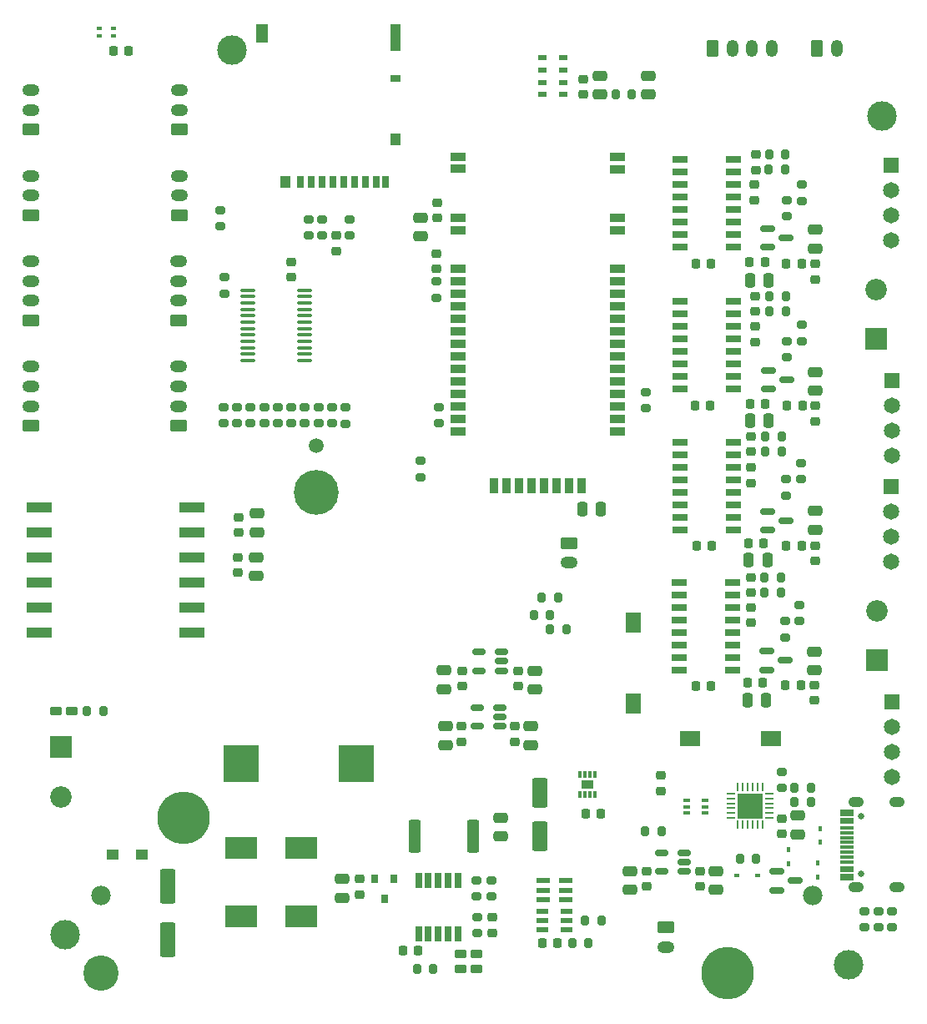
<source format=gts>
G04 #@! TF.GenerationSoftware,KiCad,Pcbnew,7.0.2*
G04 #@! TF.CreationDate,2023-04-26T00:03:43+02:00*
G04 #@! TF.ProjectId,ruche,72756368-652e-46b6-9963-61645f706362,rev?*
G04 #@! TF.SameCoordinates,Original*
G04 #@! TF.FileFunction,Soldermask,Top*
G04 #@! TF.FilePolarity,Negative*
%FSLAX46Y46*%
G04 Gerber Fmt 4.6, Leading zero omitted, Abs format (unit mm)*
G04 Created by KiCad (PCBNEW 7.0.2) date 2023-04-26 00:03:43*
%MOMM*%
%LPD*%
G01*
G04 APERTURE LIST*
G04 Aperture macros list*
%AMRoundRect*
0 Rectangle with rounded corners*
0 $1 Rounding radius*
0 $2 $3 $4 $5 $6 $7 $8 $9 X,Y pos of 4 corners*
0 Add a 4 corners polygon primitive as box body*
4,1,4,$2,$3,$4,$5,$6,$7,$8,$9,$2,$3,0*
0 Add four circle primitives for the rounded corners*
1,1,$1+$1,$2,$3*
1,1,$1+$1,$4,$5*
1,1,$1+$1,$6,$7*
1,1,$1+$1,$8,$9*
0 Add four rect primitives between the rounded corners*
20,1,$1+$1,$2,$3,$4,$5,0*
20,1,$1+$1,$4,$5,$6,$7,0*
20,1,$1+$1,$6,$7,$8,$9,0*
20,1,$1+$1,$8,$9,$2,$3,0*%
G04 Aperture macros list end*
%ADD10RoundRect,0.250000X-0.550000X1.500000X-0.550000X-1.500000X0.550000X-1.500000X0.550000X1.500000X0*%
%ADD11RoundRect,0.225000X-0.250000X0.225000X-0.250000X-0.225000X0.250000X-0.225000X0.250000X0.225000X0*%
%ADD12RoundRect,0.250000X-0.475000X0.250000X-0.475000X-0.250000X0.475000X-0.250000X0.475000X0.250000X0*%
%ADD13RoundRect,0.225000X-0.225000X-0.250000X0.225000X-0.250000X0.225000X0.250000X-0.225000X0.250000X0*%
%ADD14RoundRect,0.250000X0.475000X-0.250000X0.475000X0.250000X-0.475000X0.250000X-0.475000X-0.250000X0*%
%ADD15RoundRect,0.250000X0.550000X-1.250000X0.550000X1.250000X-0.550000X1.250000X-0.550000X-1.250000X0*%
%ADD16RoundRect,0.212500X-0.400000X-0.212500X0.400000X-0.212500X0.400000X0.212500X-0.400000X0.212500X0*%
%ADD17R,1.240000X1.120000*%
%ADD18R,3.200000X2.250000*%
%ADD19R,0.650000X1.525000*%
%ADD20R,2.175000X2.175000*%
%ADD21C,2.175000*%
%ADD22RoundRect,0.250000X-0.350000X-0.625000X0.350000X-0.625000X0.350000X0.625000X-0.350000X0.625000X0*%
%ADD23O,1.200000X1.750000*%
%ADD24R,3.650000X3.750000*%
%ADD25R,0.800000X0.900000*%
%ADD26RoundRect,0.200000X-0.200000X-0.275000X0.200000X-0.275000X0.200000X0.275000X-0.200000X0.275000X0*%
%ADD27RoundRect,0.200000X0.275000X-0.200000X0.275000X0.200000X-0.275000X0.200000X-0.275000X-0.200000X0*%
%ADD28RoundRect,0.200000X-0.275000X0.200000X-0.275000X-0.200000X0.275000X-0.200000X0.275000X0.200000X0*%
%ADD29RoundRect,0.250000X-0.362500X-1.425000X0.362500X-1.425000X0.362500X1.425000X-0.362500X1.425000X0*%
%ADD30R,0.300000X0.750000*%
%ADD31R,1.300000X0.900000*%
%ADD32RoundRect,0.250000X0.625000X-0.350000X0.625000X0.350000X-0.625000X0.350000X-0.625000X-0.350000X0*%
%ADD33O,1.750000X1.200000*%
%ADD34R,2.500000X1.000000*%
%ADD35R,0.500000X0.300000*%
%ADD36C,1.500000*%
%ADD37C,4.540000*%
%ADD38RoundRect,0.225000X0.250000X-0.225000X0.250000X0.225000X-0.250000X0.225000X-0.250000X-0.225000X0*%
%ADD39R,0.650000X0.400000*%
%ADD40R,1.650000X1.650000*%
%ADD41C,1.650000*%
%ADD42RoundRect,0.150000X-0.587500X-0.150000X0.587500X-0.150000X0.587500X0.150000X-0.587500X0.150000X0*%
%ADD43RoundRect,0.225000X0.225000X0.250000X-0.225000X0.250000X-0.225000X-0.250000X0.225000X-0.250000X0*%
%ADD44RoundRect,0.250000X-0.625000X0.350000X-0.625000X-0.350000X0.625000X-0.350000X0.625000X0.350000X0*%
%ADD45R,0.600000X0.450000*%
%ADD46R,0.700000X1.200000*%
%ADD47R,1.000000X0.800000*%
%ADD48R,1.000000X1.200000*%
%ADD49R,1.000000X2.800000*%
%ADD50R,1.300000X1.900000*%
%ADD51RoundRect,0.218750X0.218750X0.256250X-0.218750X0.256250X-0.218750X-0.256250X0.218750X-0.256250X0*%
%ADD52RoundRect,0.218750X-0.256250X0.218750X-0.256250X-0.218750X0.256250X-0.218750X0.256250X0.218750X0*%
%ADD53RoundRect,0.250000X-0.250000X-0.475000X0.250000X-0.475000X0.250000X0.475000X-0.250000X0.475000X0*%
%ADD54RoundRect,0.100000X-0.637500X-0.100000X0.637500X-0.100000X0.637500X0.100000X-0.637500X0.100000X0*%
%ADD55RoundRect,0.150000X0.512500X0.150000X-0.512500X0.150000X-0.512500X-0.150000X0.512500X-0.150000X0*%
%ADD56R,0.420000X0.550000*%
%ADD57RoundRect,0.062500X0.062500X-0.350000X0.062500X0.350000X-0.062500X0.350000X-0.062500X-0.350000X0*%
%ADD58RoundRect,0.062500X0.350000X-0.062500X0.350000X0.062500X-0.350000X0.062500X-0.350000X-0.062500X0*%
%ADD59R,2.600000X2.600000*%
%ADD60R,2.000000X1.500000*%
%ADD61R,1.525000X0.700000*%
%ADD62R,1.400000X0.600000*%
%ADD63C,3.000000*%
%ADD64R,1.200000X0.600000*%
%ADD65C,0.650000*%
%ADD66R,1.450000X0.300000*%
%ADD67RoundRect,0.500000X0.300000X0.000000X0.300000X0.000000X-0.300000X0.000000X-0.300000X0.000000X0*%
%ADD68RoundRect,0.200000X0.200000X0.275000X-0.200000X0.275000X-0.200000X-0.275000X0.200000X-0.275000X0*%
%ADD69R,1.500000X2.000000*%
%ADD70R,1.500000X0.900000*%
%ADD71R,0.900000X1.500000*%
%ADD72R,0.950000X0.550000*%
%ADD73C,1.980000*%
%ADD74C,5.325000*%
%ADD75C,3.585000*%
G04 APERTURE END LIST*
D10*
X102625000Y-157110000D03*
X102625000Y-162510000D03*
D11*
X122060000Y-156385000D03*
X122060000Y-157935000D03*
D12*
X120290000Y-156390000D03*
X120290000Y-158290000D03*
D11*
X135560000Y-160275000D03*
X135560000Y-161825000D03*
D13*
X145005000Y-149750000D03*
X146555000Y-149750000D03*
X126495000Y-163600000D03*
X128045000Y-163600000D03*
D14*
X136410000Y-152035000D03*
X136410000Y-150135000D03*
D15*
X140380000Y-152010000D03*
X140380000Y-147610000D03*
D13*
X97067391Y-72357391D03*
X98617391Y-72357391D03*
D16*
X91268750Y-139310000D03*
X92893750Y-139310000D03*
D17*
X100030000Y-153900000D03*
X97030000Y-153900000D03*
D16*
X132307500Y-165542000D03*
X133932500Y-165542000D03*
X132327500Y-163992000D03*
X133952500Y-163992000D03*
D18*
X116180000Y-153260000D03*
X116180000Y-160160000D03*
X110025000Y-153235000D03*
X110025000Y-160135000D03*
D19*
X128070000Y-161912000D03*
X129070000Y-161912000D03*
X130070000Y-161912000D03*
X131070000Y-161912000D03*
X132070000Y-161912000D03*
X132070000Y-156488000D03*
X131070000Y-156488000D03*
X130070000Y-156488000D03*
X129070000Y-156488000D03*
X128070000Y-156488000D03*
D20*
X91760000Y-143020000D03*
D21*
X91760000Y-148020000D03*
D22*
X157900000Y-72090000D03*
D23*
X159900000Y-72090000D03*
X161900000Y-72090000D03*
X163900000Y-72090000D03*
D24*
X110040000Y-144690000D03*
X121740000Y-144690000D03*
D25*
X125540000Y-156350000D03*
X123640000Y-156350000D03*
X124590000Y-158350000D03*
D26*
X94416250Y-139300000D03*
X96066250Y-139300000D03*
D27*
X133990000Y-161875000D03*
X133990000Y-160225000D03*
D26*
X127895000Y-165540000D03*
X129545000Y-165540000D03*
D28*
X135460000Y-156485000D03*
X135460000Y-158135000D03*
D27*
X133960000Y-158135000D03*
X133960000Y-156485000D03*
D29*
X127637500Y-152030000D03*
X133562500Y-152030000D03*
D30*
X144480000Y-147810000D03*
X144980000Y-147810000D03*
X145480000Y-147810000D03*
X145980000Y-147810000D03*
X145980000Y-145810000D03*
X145480000Y-145810000D03*
X144980000Y-145810000D03*
X144480000Y-145810000D03*
D31*
X145230000Y-146810000D03*
D32*
X88740000Y-89040000D03*
D33*
X88740000Y-87040000D03*
X88740000Y-85040000D03*
D32*
X88750000Y-80340000D03*
D33*
X88750000Y-78340000D03*
X88750000Y-76340000D03*
D32*
X103760000Y-89030000D03*
D33*
X103760000Y-87030000D03*
X103760000Y-85030000D03*
D34*
X105065000Y-131360000D03*
X105065000Y-128820000D03*
X105065000Y-126280000D03*
X105065000Y-123740000D03*
X105065000Y-121200000D03*
X105065000Y-118660000D03*
X89565000Y-118660000D03*
X89565000Y-121200000D03*
X89565000Y-123740000D03*
X89565000Y-126280000D03*
X89565000Y-128820000D03*
X89565000Y-131360000D03*
D35*
X95667391Y-70082391D03*
X95667391Y-70882391D03*
X97067391Y-70882391D03*
X97067391Y-70082391D03*
D11*
X109765000Y-123750000D03*
X109765000Y-125300000D03*
D12*
X111590000Y-123750000D03*
X111590000Y-125650000D03*
D27*
X128270000Y-115605000D03*
X128270000Y-113955000D03*
D36*
X117650000Y-112380000D03*
D37*
X117650000Y-117180000D03*
D12*
X130668750Y-135220000D03*
X130668750Y-137120000D03*
D38*
X109780000Y-121215000D03*
X109780000Y-119665000D03*
D27*
X166970000Y-87565000D03*
X166970000Y-85915000D03*
D14*
X168330000Y-92410000D03*
X168330000Y-90510000D03*
D12*
X149560000Y-155590000D03*
X149560000Y-157490000D03*
D39*
X155260000Y-148400000D03*
X155260000Y-149050000D03*
X155260000Y-149700000D03*
X157160000Y-149700000D03*
X157160000Y-149050000D03*
X157160000Y-148400000D03*
D27*
X151090000Y-108635000D03*
X151090000Y-106985000D03*
X108340000Y-96995000D03*
X108340000Y-95345000D03*
D40*
X176060000Y-83960000D03*
D41*
X176060000Y-86500000D03*
X176060000Y-89040000D03*
X176060000Y-91580000D03*
D14*
X168200000Y-135210000D03*
X168200000Y-133310000D03*
D32*
X103800000Y-80350000D03*
D33*
X103800000Y-78350000D03*
X103800000Y-76350000D03*
D11*
X156620000Y-155555000D03*
X156620000Y-157105000D03*
D42*
X163382500Y-133250000D03*
X163382500Y-135150000D03*
X165257500Y-134200000D03*
D43*
X142165000Y-162890000D03*
X140615000Y-162890000D03*
D27*
X166710000Y-130235000D03*
X166710000Y-128585000D03*
D26*
X166215000Y-148530000D03*
X167865000Y-148530000D03*
D27*
X165410000Y-89145000D03*
X165410000Y-87495000D03*
D44*
X143310000Y-122300000D03*
D33*
X143310000Y-124300000D03*
D38*
X161800000Y-113015000D03*
X161800000Y-111465000D03*
D13*
X156255000Y-122610000D03*
X157805000Y-122610000D03*
D45*
X160390000Y-156040000D03*
X162490000Y-156040000D03*
D13*
X161695000Y-108180000D03*
X163245000Y-108180000D03*
D28*
X109670000Y-108485000D03*
X109670000Y-110135000D03*
D27*
X176140000Y-161275000D03*
X176140000Y-159625000D03*
D28*
X112400000Y-108485000D03*
X112400000Y-110135000D03*
D20*
X174520000Y-101580000D03*
D21*
X174520000Y-96580000D03*
D46*
X116085000Y-85670000D03*
X117185000Y-85670000D03*
X118285000Y-85670000D03*
X119385000Y-85670000D03*
X120485000Y-85670000D03*
X121585000Y-85670000D03*
X122685000Y-85670000D03*
X123785000Y-85670000D03*
X124735000Y-85670000D03*
D47*
X125685000Y-75170000D03*
D48*
X125685000Y-81370000D03*
D49*
X125685000Y-71020000D03*
D48*
X114535000Y-85670000D03*
D50*
X112185000Y-70570000D03*
D51*
X166947500Y-122550000D03*
X165372500Y-122550000D03*
D28*
X115150000Y-108485000D03*
X115150000Y-110135000D03*
D11*
X168350000Y-108385000D03*
X168350000Y-109935000D03*
D28*
X119270000Y-108505000D03*
X119270000Y-110155000D03*
D14*
X168350000Y-106850000D03*
X168350000Y-104950000D03*
D52*
X129890000Y-92906250D03*
X129890000Y-94481250D03*
D27*
X166890000Y-115835000D03*
X166890000Y-114185000D03*
D20*
X174560000Y-134190000D03*
D21*
X174560000Y-129190000D03*
D53*
X161710000Y-109900000D03*
X163610000Y-109900000D03*
X161450000Y-138200000D03*
X163350000Y-138200000D03*
D42*
X163582500Y-104780000D03*
X163582500Y-106680000D03*
X165457500Y-105730000D03*
D54*
X110747500Y-96625000D03*
X110747500Y-97275000D03*
X110747500Y-97925000D03*
X110747500Y-98575000D03*
X110747500Y-99225000D03*
X110747500Y-99875000D03*
X110747500Y-100525000D03*
X110747500Y-101175000D03*
X110747500Y-101825000D03*
X110747500Y-102475000D03*
X110747500Y-103125000D03*
X110747500Y-103775000D03*
X116472500Y-103775000D03*
X116472500Y-103125000D03*
X116472500Y-102475000D03*
X116472500Y-101825000D03*
X116472500Y-101175000D03*
X116472500Y-100525000D03*
X116472500Y-99875000D03*
X116472500Y-99225000D03*
X116472500Y-98575000D03*
X116472500Y-97925000D03*
X116472500Y-97275000D03*
X116472500Y-96625000D03*
D28*
X108310000Y-108485000D03*
X108310000Y-110135000D03*
D55*
X155047500Y-155590000D03*
X155047500Y-154640000D03*
X155047500Y-153690000D03*
X152772500Y-153690000D03*
X152772500Y-155590000D03*
D56*
X165630000Y-153430000D03*
X165630000Y-154830000D03*
D11*
X151200000Y-155585000D03*
X151200000Y-157135000D03*
D55*
X136280000Y-140890000D03*
X136280000Y-139940000D03*
X136280000Y-138990000D03*
X134005000Y-138990000D03*
X134005000Y-140890000D03*
D57*
X160460000Y-150887500D03*
X160960000Y-150887500D03*
X161460000Y-150887500D03*
X161960000Y-150887500D03*
X162460000Y-150887500D03*
X162960000Y-150887500D03*
D58*
X163647500Y-150200000D03*
X163647500Y-149700000D03*
X163647500Y-149200000D03*
X163647500Y-148700000D03*
X163647500Y-148200000D03*
X163647500Y-147700000D03*
D57*
X162960000Y-147012500D03*
X162460000Y-147012500D03*
X161960000Y-147012500D03*
X161460000Y-147012500D03*
X160960000Y-147012500D03*
X160460000Y-147012500D03*
D58*
X159772500Y-147700000D03*
X159772500Y-148200000D03*
X159772500Y-148700000D03*
X159772500Y-149200000D03*
X159772500Y-149700000D03*
X159772500Y-150200000D03*
D59*
X161710000Y-148950000D03*
D40*
X176110000Y-138380000D03*
D41*
X176110000Y-140920000D03*
X176110000Y-143460000D03*
X176110000Y-146000000D03*
D60*
X155640000Y-142100000D03*
X163840000Y-142100000D03*
D27*
X165250000Y-131855000D03*
X165250000Y-130205000D03*
D11*
X168330000Y-93995000D03*
X168330000Y-95545000D03*
D14*
X151355000Y-76810000D03*
X151355000Y-74910000D03*
D11*
X168300000Y-122545000D03*
X168300000Y-124095000D03*
D27*
X164950000Y-147145000D03*
X164950000Y-145495000D03*
D13*
X161535000Y-122280000D03*
X163085000Y-122280000D03*
D28*
X129900000Y-95748750D03*
X129900000Y-97398750D03*
D13*
X156185000Y-136830000D03*
X157735000Y-136830000D03*
D11*
X138188750Y-135255000D03*
X138188750Y-136805000D03*
D26*
X148055000Y-76810000D03*
X149705000Y-76810000D03*
D13*
X156105000Y-108320000D03*
X157655000Y-108320000D03*
D26*
X140545000Y-127790000D03*
X142195000Y-127790000D03*
D27*
X174740000Y-161305000D03*
X174740000Y-159655000D03*
D51*
X166957500Y-93970000D03*
X165382500Y-93970000D03*
X166837500Y-136720000D03*
X165262500Y-136720000D03*
D40*
X176090000Y-105830000D03*
D41*
X176090000Y-108370000D03*
X176090000Y-110910000D03*
X176090000Y-113450000D03*
D14*
X111640000Y-121180000D03*
X111640000Y-119280000D03*
D26*
X163245000Y-111470000D03*
X164895000Y-111470000D03*
D61*
X160032000Y-106685000D03*
X160032000Y-105415000D03*
X160032000Y-104145000D03*
X160032000Y-102875000D03*
X160032000Y-101605000D03*
X160032000Y-100335000D03*
X160032000Y-99065000D03*
X160032000Y-97795000D03*
X154608000Y-97795000D03*
X154608000Y-99065000D03*
X154608000Y-100335000D03*
X154608000Y-101605000D03*
X154608000Y-102875000D03*
X154608000Y-104145000D03*
X154608000Y-105415000D03*
X154608000Y-106685000D03*
D62*
X140705000Y-156560000D03*
X140705000Y-157510000D03*
X140705000Y-158460000D03*
X143005000Y-156560000D03*
X143005000Y-157510000D03*
X143005000Y-158460000D03*
D27*
X121090000Y-91115000D03*
X121090000Y-89465000D03*
D61*
X159992000Y-120995000D03*
X159992000Y-119725000D03*
X159992000Y-118455000D03*
X159992000Y-117185000D03*
X159992000Y-115915000D03*
X159992000Y-114645000D03*
X159992000Y-113375000D03*
X159992000Y-112105000D03*
X154568000Y-112105000D03*
X154568000Y-113375000D03*
X154568000Y-114645000D03*
X154568000Y-115915000D03*
X154568000Y-117185000D03*
X154568000Y-118455000D03*
X154568000Y-119725000D03*
X154568000Y-120995000D03*
D26*
X141405000Y-131040000D03*
X143055000Y-131040000D03*
X139755000Y-129620000D03*
X141405000Y-129620000D03*
D11*
X119730000Y-91115000D03*
X119730000Y-92665000D03*
D27*
X165470000Y-103455000D03*
X165470000Y-101805000D03*
D26*
X163175000Y-127310000D03*
X164825000Y-127310000D03*
D28*
X117910000Y-108485000D03*
X117910000Y-110135000D03*
D63*
X92240000Y-162030000D03*
D53*
X161680000Y-95660000D03*
X163580000Y-95660000D03*
D63*
X109110000Y-72300000D03*
D53*
X161550000Y-123990000D03*
X163450000Y-123990000D03*
D13*
X156175000Y-93930000D03*
X157725000Y-93930000D03*
D38*
X162250000Y-98805000D03*
X162250000Y-97255000D03*
D61*
X159972000Y-135195000D03*
X159972000Y-133925000D03*
X159972000Y-132655000D03*
X159972000Y-131385000D03*
X159972000Y-130115000D03*
X159972000Y-128845000D03*
X159972000Y-127575000D03*
X159972000Y-126305000D03*
X154548000Y-126305000D03*
X154548000Y-127575000D03*
X154548000Y-128845000D03*
X154548000Y-130115000D03*
X154548000Y-131385000D03*
X154548000Y-132655000D03*
X154548000Y-133925000D03*
X154548000Y-135195000D03*
D26*
X163245000Y-113020000D03*
X164895000Y-113020000D03*
D64*
X143100000Y-161560000D03*
X143100000Y-160610000D03*
X143100000Y-159660000D03*
X140600000Y-159660000D03*
X140600000Y-160610000D03*
X140600000Y-161560000D03*
D44*
X153150000Y-161270000D03*
D33*
X153150000Y-163270000D03*
D11*
X132442500Y-140895000D03*
X132442500Y-142445000D03*
D13*
X161415000Y-136440000D03*
X162965000Y-136440000D03*
D12*
X158250000Y-155590000D03*
X158250000Y-157490000D03*
D13*
X161665000Y-93800000D03*
X163215000Y-93800000D03*
D65*
X172957500Y-155820000D03*
X172957500Y-150020000D03*
D66*
X171507500Y-156320000D03*
X171507500Y-155520000D03*
X171507500Y-154170000D03*
X171507500Y-153170000D03*
X171507500Y-152670000D03*
X171507500Y-151670000D03*
X171507500Y-150320000D03*
X171507500Y-149520000D03*
X171507500Y-149820000D03*
X171507500Y-150620000D03*
X171507500Y-151170000D03*
X171507500Y-152170000D03*
X171507500Y-153670000D03*
X171507500Y-154670000D03*
X171507500Y-155220000D03*
X171507500Y-156020000D03*
D67*
X172427500Y-157240000D03*
X176607500Y-157240000D03*
X172427500Y-148600000D03*
X176607500Y-148600000D03*
D14*
X166560000Y-151850000D03*
X166560000Y-149950000D03*
D42*
X164412500Y-155610000D03*
X164412500Y-157510000D03*
X166287500Y-156560000D03*
D27*
X166970000Y-101825000D03*
X166970000Y-100175000D03*
X118300000Y-91095000D03*
X118300000Y-89445000D03*
D12*
X128250000Y-89300000D03*
X128250000Y-91200000D03*
D32*
X103730000Y-99720000D03*
D33*
X103730000Y-97720000D03*
X103730000Y-95720000D03*
X103730000Y-93720000D03*
D38*
X164940000Y-151825000D03*
X164940000Y-150275000D03*
X144805000Y-76785000D03*
X144805000Y-75235000D03*
D28*
X111020000Y-108485000D03*
X111020000Y-110135000D03*
D68*
X162305000Y-154310000D03*
X160655000Y-154310000D03*
D42*
X163502500Y-119100000D03*
X163502500Y-121000000D03*
X165377500Y-120050000D03*
D56*
X168560000Y-154770000D03*
X168560000Y-156170000D03*
D38*
X162140000Y-87495000D03*
X162140000Y-85945000D03*
D69*
X149842000Y-138576000D03*
X149842000Y-130376000D03*
D28*
X116530000Y-108485000D03*
X116530000Y-110135000D03*
D63*
X175130000Y-78960000D03*
D26*
X163695000Y-98800000D03*
X165345000Y-98800000D03*
D28*
X130100000Y-108495000D03*
X130100000Y-110145000D03*
D70*
X132110000Y-83095000D03*
X132110000Y-84335000D03*
X132110000Y-89295000D03*
X132110000Y-90565000D03*
X132110000Y-94495000D03*
X132110000Y-95765000D03*
X132110000Y-97035000D03*
X132110000Y-98305000D03*
X132110000Y-99575000D03*
X132110000Y-100845000D03*
X132110000Y-102115000D03*
X132110000Y-103385000D03*
X132110000Y-104655000D03*
X132110000Y-105925000D03*
X132110000Y-107195000D03*
X132110000Y-108465000D03*
X132110000Y-109735000D03*
X132110000Y-111005000D03*
D71*
X135720000Y-116495000D03*
X136990000Y-116495000D03*
X138260000Y-116495000D03*
X139530000Y-116495000D03*
X140800000Y-116495000D03*
X142070000Y-116495000D03*
X143340000Y-116495000D03*
X144610000Y-116495000D03*
D70*
X148210000Y-111005000D03*
X148210000Y-109735000D03*
X148210000Y-108465000D03*
X148210000Y-107195000D03*
X148210000Y-105925000D03*
X148210000Y-104655000D03*
X148210000Y-103385000D03*
X148210000Y-102115000D03*
X148210000Y-100845000D03*
X148210000Y-99575000D03*
X148210000Y-98305000D03*
X148210000Y-97035000D03*
X148210000Y-95765000D03*
X148210000Y-94495000D03*
X148210000Y-90565000D03*
X148210000Y-89295000D03*
X148210000Y-84365000D03*
X148210000Y-83095000D03*
D38*
X162250000Y-101875000D03*
X162250000Y-100325000D03*
D11*
X168200000Y-136725000D03*
X168200000Y-138275000D03*
D68*
X145305000Y-162870000D03*
X143655000Y-162870000D03*
D28*
X113780000Y-108485000D03*
X113780000Y-110135000D03*
D11*
X152650000Y-145885000D03*
X152650000Y-147435000D03*
D38*
X115180000Y-95335000D03*
X115180000Y-93785000D03*
D63*
X171690000Y-165090000D03*
D51*
X167007500Y-108360000D03*
X165432500Y-108360000D03*
D61*
X159990000Y-92300000D03*
X159990000Y-91030000D03*
X159990000Y-89760000D03*
X159990000Y-88490000D03*
X159990000Y-87220000D03*
X159990000Y-85950000D03*
X159990000Y-84680000D03*
X159990000Y-83410000D03*
X154566000Y-83410000D03*
X154566000Y-84680000D03*
X154566000Y-85950000D03*
X154566000Y-87220000D03*
X154566000Y-88490000D03*
X154566000Y-89760000D03*
X154566000Y-91030000D03*
X154566000Y-92300000D03*
D38*
X162320000Y-84445000D03*
X162320000Y-82895000D03*
D12*
X130802500Y-140890000D03*
X130802500Y-142790000D03*
D28*
X107950000Y-88505000D03*
X107950000Y-90155000D03*
D26*
X163185000Y-125780000D03*
X164835000Y-125780000D03*
D38*
X161790000Y-127305000D03*
X161790000Y-125755000D03*
D26*
X151049000Y-151494000D03*
X152699000Y-151494000D03*
D14*
X146480000Y-76810000D03*
X146480000Y-74910000D03*
D72*
X142750000Y-76805000D03*
X142750000Y-75555000D03*
X142750000Y-74305000D03*
X142750000Y-73055000D03*
X140600000Y-73055000D03*
X140600000Y-74305000D03*
X140600000Y-75555000D03*
X140600000Y-76805000D03*
D68*
X167875000Y-147150000D03*
X166225000Y-147150000D03*
D12*
X139858750Y-135250000D03*
X139858750Y-137150000D03*
D53*
X144670000Y-118880000D03*
X146570000Y-118880000D03*
D12*
X139420000Y-140870000D03*
X139420000Y-142770000D03*
D32*
X88760000Y-110410000D03*
D33*
X88760000Y-108410000D03*
X88760000Y-106410000D03*
X88760000Y-104410000D03*
D14*
X168300000Y-120930000D03*
X168300000Y-119030000D03*
D55*
X136486250Y-135250000D03*
X136486250Y-134300000D03*
X136486250Y-133350000D03*
X134211250Y-133350000D03*
X134211250Y-135250000D03*
D28*
X120630000Y-108525000D03*
X120630000Y-110175000D03*
D26*
X144965000Y-160610000D03*
X146615000Y-160610000D03*
D32*
X88710000Y-99720000D03*
D33*
X88710000Y-97720000D03*
X88710000Y-95720000D03*
X88710000Y-93720000D03*
D38*
X161800000Y-116185000D03*
X161800000Y-114635000D03*
D22*
X168510000Y-72080000D03*
D23*
X170510000Y-72080000D03*
D38*
X129940000Y-89305000D03*
X129940000Y-87755000D03*
D11*
X132478750Y-135255000D03*
X132478750Y-136805000D03*
D32*
X103730000Y-110400000D03*
D33*
X103730000Y-108400000D03*
X103730000Y-106400000D03*
X103730000Y-104400000D03*
D40*
X176020000Y-116600000D03*
D41*
X176020000Y-119140000D03*
X176020000Y-121680000D03*
X176020000Y-124220000D03*
D27*
X116910000Y-91115000D03*
X116910000Y-89465000D03*
X173330000Y-161305000D03*
X173330000Y-159655000D03*
D26*
X163625000Y-82890000D03*
X165275000Y-82890000D03*
D27*
X165370000Y-117485000D03*
X165370000Y-115835000D03*
D42*
X163502500Y-90390000D03*
X163502500Y-92290000D03*
X165377500Y-91340000D03*
D26*
X163615000Y-84410000D03*
X165265000Y-84410000D03*
X163695000Y-97280000D03*
X165345000Y-97280000D03*
D11*
X137830000Y-140895000D03*
X137830000Y-142445000D03*
D56*
X168840000Y-152670000D03*
X168840000Y-151270000D03*
D38*
X161800000Y-130355000D03*
X161800000Y-128805000D03*
D73*
X168080000Y-158080000D03*
X95880000Y-158080000D03*
D74*
X159440000Y-165950000D03*
D75*
X95880000Y-165950000D03*
D74*
X104240000Y-150210000D03*
M02*

</source>
